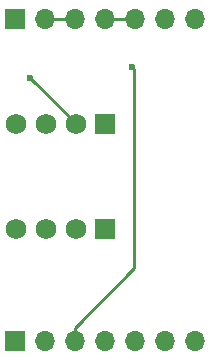
<source format=gbl>
G04 #@! TF.FileFunction,Copper,L2,Bot,Signal*
%FSLAX46Y46*%
G04 Gerber Fmt 4.6, Leading zero omitted, Abs format (unit mm)*
G04 Created by KiCad (PCBNEW 4.0.7-e1-6374~58~ubuntu16.04.1) date Wed Aug  2 11:39:31 2017*
%MOMM*%
%LPD*%
G01*
G04 APERTURE LIST*
%ADD10C,0.100000*%
%ADD11R,1.750000X1.750000*%
%ADD12C,1.750000*%
%ADD13R,1.700000X1.700000*%
%ADD14O,1.700000X1.700000*%
%ADD15C,0.600000*%
%ADD16C,0.250000*%
G04 APERTURE END LIST*
D10*
D11*
X156845000Y-114300000D03*
D12*
X154345000Y-114300000D03*
X151845000Y-114300000D03*
X149345000Y-114300000D03*
D11*
X156845000Y-123190000D03*
D12*
X154345000Y-123190000D03*
X151845000Y-123190000D03*
X149345000Y-123190000D03*
D13*
X149225000Y-132715000D03*
D14*
X151765000Y-132715000D03*
X154305000Y-132715000D03*
X156845000Y-132715000D03*
X159385000Y-132715000D03*
X161925000Y-132715000D03*
X164465000Y-132715000D03*
D13*
X149225000Y-105410000D03*
D14*
X151765000Y-105410000D03*
X154305000Y-105410000D03*
X156845000Y-105410000D03*
X159385000Y-105410000D03*
X161925000Y-105410000D03*
X164465000Y-105410000D03*
D15*
X150495000Y-110383800D03*
X159106400Y-109522700D03*
D16*
X154345000Y-114233800D02*
X154345000Y-114300000D01*
X150495000Y-110383800D02*
X154345000Y-114233800D01*
X154305000Y-132715000D02*
X154305000Y-131539700D01*
X159318200Y-109734500D02*
X159106400Y-109522700D01*
X159318200Y-126526500D02*
X159318200Y-109734500D01*
X154305000Y-131539700D02*
X159318200Y-126526500D01*
X154305000Y-105410000D02*
X151765000Y-105410000D01*
X159385000Y-105410000D02*
X156845000Y-105410000D01*
M02*

</source>
